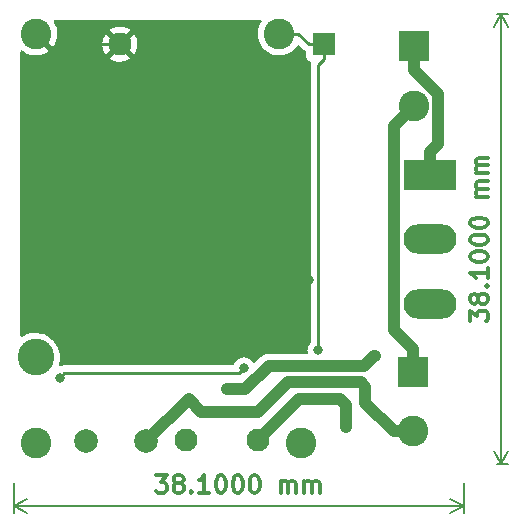
<source format=gtl>
G04 #@! TF.GenerationSoftware,KiCad,Pcbnew,6.0.5-a6ca702e91~116~ubuntu20.04.1*
G04 #@! TF.CreationDate,2022-06-20T16:09:36+05:30*
G04 #@! TF.ProjectId,BackEnd_HeavyDevice_v6,4261636b-456e-4645-9f48-656176794465,rev?*
G04 #@! TF.SameCoordinates,Original*
G04 #@! TF.FileFunction,Copper,L1,Top*
G04 #@! TF.FilePolarity,Positive*
%FSLAX46Y46*%
G04 Gerber Fmt 4.6, Leading zero omitted, Abs format (unit mm)*
G04 Created by KiCad (PCBNEW 6.0.5-a6ca702e91~116~ubuntu20.04.1) date 2022-06-20 16:09:36*
%MOMM*%
%LPD*%
G01*
G04 APERTURE LIST*
%ADD10C,0.300000*%
G04 #@! TA.AperFunction,NonConductor*
%ADD11C,0.300000*%
G04 #@! TD*
G04 #@! TA.AperFunction,NonConductor*
%ADD12C,0.200000*%
G04 #@! TD*
G04 #@! TA.AperFunction,ComponentPad*
%ADD13R,4.500000X2.500000*%
G04 #@! TD*
G04 #@! TA.AperFunction,ComponentPad*
%ADD14O,4.500000X2.500000*%
G04 #@! TD*
G04 #@! TA.AperFunction,ComponentPad*
%ADD15C,1.950000*%
G04 #@! TD*
G04 #@! TA.AperFunction,ComponentPad*
%ADD16R,1.950000X1.950000*%
G04 #@! TD*
G04 #@! TA.AperFunction,ComponentPad*
%ADD17R,2.600000X2.600000*%
G04 #@! TD*
G04 #@! TA.AperFunction,ComponentPad*
%ADD18C,2.600000*%
G04 #@! TD*
G04 #@! TA.AperFunction,ComponentPad*
%ADD19C,3.100000*%
G04 #@! TD*
G04 #@! TA.AperFunction,ComponentPad*
%ADD20C,2.000000*%
G04 #@! TD*
G04 #@! TA.AperFunction,ViaPad*
%ADD21C,1.000000*%
G04 #@! TD*
G04 #@! TA.AperFunction,ViaPad*
%ADD22C,0.800000*%
G04 #@! TD*
G04 #@! TA.AperFunction,Conductor*
%ADD23C,0.250000*%
G04 #@! TD*
G04 #@! TA.AperFunction,Conductor*
%ADD24C,1.000000*%
G04 #@! TD*
G04 APERTURE END LIST*
D10*
D11*
X151378571Y-123150000D02*
X151378571Y-122221428D01*
X151950000Y-122721428D01*
X151950000Y-122507142D01*
X152021428Y-122364285D01*
X152092857Y-122292857D01*
X152235714Y-122221428D01*
X152592857Y-122221428D01*
X152735714Y-122292857D01*
X152807142Y-122364285D01*
X152878571Y-122507142D01*
X152878571Y-122935714D01*
X152807142Y-123078571D01*
X152735714Y-123150000D01*
X152021428Y-121364285D02*
X151950000Y-121507142D01*
X151878571Y-121578571D01*
X151735714Y-121650000D01*
X151664285Y-121650000D01*
X151521428Y-121578571D01*
X151450000Y-121507142D01*
X151378571Y-121364285D01*
X151378571Y-121078571D01*
X151450000Y-120935714D01*
X151521428Y-120864285D01*
X151664285Y-120792857D01*
X151735714Y-120792857D01*
X151878571Y-120864285D01*
X151950000Y-120935714D01*
X152021428Y-121078571D01*
X152021428Y-121364285D01*
X152092857Y-121507142D01*
X152164285Y-121578571D01*
X152307142Y-121650000D01*
X152592857Y-121650000D01*
X152735714Y-121578571D01*
X152807142Y-121507142D01*
X152878571Y-121364285D01*
X152878571Y-121078571D01*
X152807142Y-120935714D01*
X152735714Y-120864285D01*
X152592857Y-120792857D01*
X152307142Y-120792857D01*
X152164285Y-120864285D01*
X152092857Y-120935714D01*
X152021428Y-121078571D01*
X152735714Y-120150000D02*
X152807142Y-120078571D01*
X152878571Y-120150000D01*
X152807142Y-120221428D01*
X152735714Y-120150000D01*
X152878571Y-120150000D01*
X152878571Y-118650000D02*
X152878571Y-119507142D01*
X152878571Y-119078571D02*
X151378571Y-119078571D01*
X151592857Y-119221428D01*
X151735714Y-119364285D01*
X151807142Y-119507142D01*
X151378571Y-117721428D02*
X151378571Y-117578571D01*
X151450000Y-117435714D01*
X151521428Y-117364285D01*
X151664285Y-117292857D01*
X151950000Y-117221428D01*
X152307142Y-117221428D01*
X152592857Y-117292857D01*
X152735714Y-117364285D01*
X152807142Y-117435714D01*
X152878571Y-117578571D01*
X152878571Y-117721428D01*
X152807142Y-117864285D01*
X152735714Y-117935714D01*
X152592857Y-118007142D01*
X152307142Y-118078571D01*
X151950000Y-118078571D01*
X151664285Y-118007142D01*
X151521428Y-117935714D01*
X151450000Y-117864285D01*
X151378571Y-117721428D01*
X151378571Y-116292857D02*
X151378571Y-116150000D01*
X151450000Y-116007142D01*
X151521428Y-115935714D01*
X151664285Y-115864285D01*
X151950000Y-115792857D01*
X152307142Y-115792857D01*
X152592857Y-115864285D01*
X152735714Y-115935714D01*
X152807142Y-116007142D01*
X152878571Y-116150000D01*
X152878571Y-116292857D01*
X152807142Y-116435714D01*
X152735714Y-116507142D01*
X152592857Y-116578571D01*
X152307142Y-116650000D01*
X151950000Y-116650000D01*
X151664285Y-116578571D01*
X151521428Y-116507142D01*
X151450000Y-116435714D01*
X151378571Y-116292857D01*
X151378571Y-114864285D02*
X151378571Y-114721428D01*
X151450000Y-114578571D01*
X151521428Y-114507142D01*
X151664285Y-114435714D01*
X151950000Y-114364285D01*
X152307142Y-114364285D01*
X152592857Y-114435714D01*
X152735714Y-114507142D01*
X152807142Y-114578571D01*
X152878571Y-114721428D01*
X152878571Y-114864285D01*
X152807142Y-115007142D01*
X152735714Y-115078571D01*
X152592857Y-115150000D01*
X152307142Y-115221428D01*
X151950000Y-115221428D01*
X151664285Y-115150000D01*
X151521428Y-115078571D01*
X151450000Y-115007142D01*
X151378571Y-114864285D01*
X152878571Y-112578571D02*
X151878571Y-112578571D01*
X152021428Y-112578571D02*
X151950000Y-112507142D01*
X151878571Y-112364285D01*
X151878571Y-112150000D01*
X151950000Y-112007142D01*
X152092857Y-111935714D01*
X152878571Y-111935714D01*
X152092857Y-111935714D02*
X151950000Y-111864285D01*
X151878571Y-111721428D01*
X151878571Y-111507142D01*
X151950000Y-111364285D01*
X152092857Y-111292857D01*
X152878571Y-111292857D01*
X152878571Y-110578571D02*
X151878571Y-110578571D01*
X152021428Y-110578571D02*
X151950000Y-110507142D01*
X151878571Y-110364285D01*
X151878571Y-110150000D01*
X151950000Y-110007142D01*
X152092857Y-109935714D01*
X152878571Y-109935714D01*
X152092857Y-109935714D02*
X151950000Y-109864285D01*
X151878571Y-109721428D01*
X151878571Y-109507142D01*
X151950000Y-109364285D01*
X152092857Y-109292857D01*
X152878571Y-109292857D01*
D12*
X153600000Y-135200000D02*
X154586420Y-135200000D01*
X153600000Y-97100000D02*
X154586420Y-97100000D01*
X154000000Y-135200000D02*
X154000000Y-97100000D01*
X154000000Y-135200000D02*
X154000000Y-97100000D01*
X154000000Y-135200000D02*
X154586421Y-134073496D01*
X154000000Y-135200000D02*
X153413579Y-134073496D01*
X154000000Y-97100000D02*
X153413579Y-98226504D01*
X154000000Y-97100000D02*
X154586421Y-98226504D01*
D10*
D11*
X124750000Y-136178571D02*
X125678571Y-136178571D01*
X125178571Y-136750000D01*
X125392857Y-136750000D01*
X125535714Y-136821428D01*
X125607142Y-136892857D01*
X125678571Y-137035714D01*
X125678571Y-137392857D01*
X125607142Y-137535714D01*
X125535714Y-137607142D01*
X125392857Y-137678571D01*
X124964285Y-137678571D01*
X124821428Y-137607142D01*
X124750000Y-137535714D01*
X126535714Y-136821428D02*
X126392857Y-136750000D01*
X126321428Y-136678571D01*
X126250000Y-136535714D01*
X126250000Y-136464285D01*
X126321428Y-136321428D01*
X126392857Y-136250000D01*
X126535714Y-136178571D01*
X126821428Y-136178571D01*
X126964285Y-136250000D01*
X127035714Y-136321428D01*
X127107142Y-136464285D01*
X127107142Y-136535714D01*
X127035714Y-136678571D01*
X126964285Y-136750000D01*
X126821428Y-136821428D01*
X126535714Y-136821428D01*
X126392857Y-136892857D01*
X126321428Y-136964285D01*
X126250000Y-137107142D01*
X126250000Y-137392857D01*
X126321428Y-137535714D01*
X126392857Y-137607142D01*
X126535714Y-137678571D01*
X126821428Y-137678571D01*
X126964285Y-137607142D01*
X127035714Y-137535714D01*
X127107142Y-137392857D01*
X127107142Y-137107142D01*
X127035714Y-136964285D01*
X126964285Y-136892857D01*
X126821428Y-136821428D01*
X127750000Y-137535714D02*
X127821428Y-137607142D01*
X127750000Y-137678571D01*
X127678571Y-137607142D01*
X127750000Y-137535714D01*
X127750000Y-137678571D01*
X129250000Y-137678571D02*
X128392857Y-137678571D01*
X128821428Y-137678571D02*
X128821428Y-136178571D01*
X128678571Y-136392857D01*
X128535714Y-136535714D01*
X128392857Y-136607142D01*
X130178571Y-136178571D02*
X130321428Y-136178571D01*
X130464285Y-136250000D01*
X130535714Y-136321428D01*
X130607142Y-136464285D01*
X130678571Y-136750000D01*
X130678571Y-137107142D01*
X130607142Y-137392857D01*
X130535714Y-137535714D01*
X130464285Y-137607142D01*
X130321428Y-137678571D01*
X130178571Y-137678571D01*
X130035714Y-137607142D01*
X129964285Y-137535714D01*
X129892857Y-137392857D01*
X129821428Y-137107142D01*
X129821428Y-136750000D01*
X129892857Y-136464285D01*
X129964285Y-136321428D01*
X130035714Y-136250000D01*
X130178571Y-136178571D01*
X131607142Y-136178571D02*
X131750000Y-136178571D01*
X131892857Y-136250000D01*
X131964285Y-136321428D01*
X132035714Y-136464285D01*
X132107142Y-136750000D01*
X132107142Y-137107142D01*
X132035714Y-137392857D01*
X131964285Y-137535714D01*
X131892857Y-137607142D01*
X131750000Y-137678571D01*
X131607142Y-137678571D01*
X131464285Y-137607142D01*
X131392857Y-137535714D01*
X131321428Y-137392857D01*
X131250000Y-137107142D01*
X131250000Y-136750000D01*
X131321428Y-136464285D01*
X131392857Y-136321428D01*
X131464285Y-136250000D01*
X131607142Y-136178571D01*
X133035714Y-136178571D02*
X133178571Y-136178571D01*
X133321428Y-136250000D01*
X133392857Y-136321428D01*
X133464285Y-136464285D01*
X133535714Y-136750000D01*
X133535714Y-137107142D01*
X133464285Y-137392857D01*
X133392857Y-137535714D01*
X133321428Y-137607142D01*
X133178571Y-137678571D01*
X133035714Y-137678571D01*
X132892857Y-137607142D01*
X132821428Y-137535714D01*
X132750000Y-137392857D01*
X132678571Y-137107142D01*
X132678571Y-136750000D01*
X132750000Y-136464285D01*
X132821428Y-136321428D01*
X132892857Y-136250000D01*
X133035714Y-136178571D01*
X135321428Y-137678571D02*
X135321428Y-136678571D01*
X135321428Y-136821428D02*
X135392857Y-136750000D01*
X135535714Y-136678571D01*
X135750000Y-136678571D01*
X135892857Y-136750000D01*
X135964285Y-136892857D01*
X135964285Y-137678571D01*
X135964285Y-136892857D02*
X136035714Y-136750000D01*
X136178571Y-136678571D01*
X136392857Y-136678571D01*
X136535714Y-136750000D01*
X136607142Y-136892857D01*
X136607142Y-137678571D01*
X137321428Y-137678571D02*
X137321428Y-136678571D01*
X137321428Y-136821428D02*
X137392857Y-136750000D01*
X137535714Y-136678571D01*
X137750000Y-136678571D01*
X137892857Y-136750000D01*
X137964285Y-136892857D01*
X137964285Y-137678571D01*
X137964285Y-136892857D02*
X138035714Y-136750000D01*
X138178571Y-136678571D01*
X138392857Y-136678571D01*
X138535714Y-136750000D01*
X138607142Y-136892857D01*
X138607142Y-137678571D01*
D12*
X112700000Y-136800000D02*
X112700000Y-139386420D01*
X150800000Y-136800000D02*
X150800000Y-139386420D01*
X112700000Y-138800000D02*
X150800000Y-138800000D01*
X112700000Y-138800000D02*
X150800000Y-138800000D01*
X112700000Y-138800000D02*
X113826504Y-139386421D01*
X112700000Y-138800000D02*
X113826504Y-138213579D01*
X150800000Y-138800000D02*
X149673496Y-138213579D01*
X150800000Y-138800000D02*
X149673496Y-139386421D01*
D13*
X147925000Y-110750000D03*
D14*
X147925000Y-116200000D03*
X147925000Y-121650000D03*
D15*
X133383000Y-133195000D03*
X127287000Y-133195000D03*
X121699000Y-99667000D03*
D16*
X138971000Y-99667000D03*
D17*
X146497000Y-127460000D03*
D18*
X146497000Y-132460000D03*
D17*
X146576000Y-99860100D03*
D18*
X146576000Y-104940100D03*
D19*
X114554000Y-126187000D03*
D18*
X137000000Y-133400000D03*
X114600000Y-133400000D03*
X135200000Y-98800000D03*
X114600000Y-98800000D03*
D20*
X123940000Y-133300000D03*
X118860000Y-133310000D03*
D21*
X140800000Y-132100000D03*
X130800000Y-128900000D03*
D22*
X143300000Y-126100000D03*
X132200000Y-127100000D03*
X116600000Y-127900000D03*
X138494400Y-125584600D03*
X120400000Y-118200000D03*
X136700000Y-123900000D03*
X137700000Y-119600000D03*
D23*
X132200000Y-127100000D02*
X131800000Y-127500000D01*
X131800000Y-127500000D02*
X117000000Y-127500000D01*
X117000000Y-127500000D02*
X116600000Y-127900000D01*
D24*
X130800000Y-128900000D02*
X132300000Y-128900000D01*
X134300000Y-126900000D02*
X142400000Y-126900000D01*
X132300000Y-128900000D02*
X134300000Y-126900000D01*
X142400000Y-126900000D02*
X143200000Y-126100000D01*
X143200000Y-126100000D02*
X143300000Y-126100000D01*
X123940000Y-133300000D02*
X127520000Y-129720000D01*
X127520000Y-129720000D02*
X128599520Y-130799520D01*
X128599520Y-130799520D02*
X133400480Y-130799520D01*
X133400480Y-130799520D02*
X135900000Y-128300000D01*
X135900000Y-128300000D02*
X142103622Y-128300000D01*
X142487080Y-130083457D02*
X144863623Y-132460000D01*
X142103622Y-128300000D02*
X142487080Y-128683458D01*
X142487080Y-128683458D02*
X142487080Y-130083457D01*
X144863623Y-132460000D02*
X146497000Y-132460000D01*
X135177511Y-131400489D02*
X135199511Y-131400489D01*
X135199511Y-131400489D02*
X136900000Y-129700000D01*
X136900000Y-129700000D02*
X140300000Y-129700000D01*
X140300000Y-129700000D02*
X140800000Y-130200000D01*
X140800000Y-130200000D02*
X140800000Y-132100000D01*
X135177511Y-131400489D02*
X133383000Y-133195000D01*
D23*
X136803700Y-98800000D02*
X137670700Y-99667000D01*
X135200000Y-98800000D02*
X136803700Y-98800000D01*
X138971000Y-99667000D02*
X138971000Y-100967300D01*
X138971000Y-99667000D02*
X137670700Y-99667000D01*
X138494400Y-101443900D02*
X138971000Y-100967300D01*
X138494400Y-125584600D02*
X138494400Y-101443900D01*
X136700000Y-121100000D02*
X136600000Y-121000000D01*
X117600000Y-101800000D02*
X114600000Y-98800000D01*
X136600000Y-121000000D02*
X136600000Y-120700000D01*
X133500000Y-118200000D02*
X136700000Y-121400000D01*
X136600000Y-120700000D02*
X137700000Y-119600000D01*
X120400000Y-118200000D02*
X133500000Y-118200000D01*
X121699000Y-99667000D02*
X119733000Y-99667000D01*
X136700000Y-123900000D02*
X136700000Y-121400000D01*
X117600000Y-115400000D02*
X117600000Y-101800000D01*
X136700000Y-121400000D02*
X136700000Y-121100000D01*
X119733000Y-99667000D02*
X117600000Y-101800000D01*
X120400000Y-118200000D02*
X117600000Y-115400000D01*
D24*
X146576000Y-104940100D02*
X144929000Y-106587100D01*
X144929000Y-123891700D02*
X146497000Y-125459700D01*
X146497000Y-127460000D02*
X146497000Y-125459700D01*
X144929000Y-106587100D02*
X144929000Y-123891700D01*
X146576000Y-99860100D02*
X146576000Y-101860400D01*
X148623500Y-108101200D02*
X147925000Y-108799700D01*
X147925000Y-110750000D02*
X147925000Y-108799700D01*
X148623500Y-103907900D02*
X148623500Y-108101200D01*
X146576000Y-101860400D02*
X148623500Y-103907900D01*
G04 #@! TA.AperFunction,Conductor*
G36*
X125769638Y-97606118D02*
G01*
X133577151Y-97619579D01*
X133645237Y-97639699D01*
X133691638Y-97693434D01*
X133701620Y-97763726D01*
X133684654Y-97810943D01*
X133584096Y-97976656D01*
X133582287Y-97980970D01*
X133582285Y-97980974D01*
X133497205Y-98183869D01*
X133480148Y-98224545D01*
X133413981Y-98485077D01*
X133387050Y-98752526D01*
X133387274Y-98757192D01*
X133387274Y-98757197D01*
X133390744Y-98829426D01*
X133399947Y-99021019D01*
X133452388Y-99284656D01*
X133543220Y-99537646D01*
X133545432Y-99541762D01*
X133545433Y-99541765D01*
X133619609Y-99679812D01*
X133670450Y-99774431D01*
X133673241Y-99778168D01*
X133673245Y-99778175D01*
X133748643Y-99879144D01*
X133831281Y-99989810D01*
X133834590Y-99993090D01*
X133834595Y-99993096D01*
X133996222Y-100153318D01*
X134022180Y-100179050D01*
X134025942Y-100181808D01*
X134025945Y-100181811D01*
X134232354Y-100333156D01*
X134238954Y-100337995D01*
X134243089Y-100340171D01*
X134243093Y-100340173D01*
X134472698Y-100460975D01*
X134476840Y-100463154D01*
X134730613Y-100551775D01*
X134735206Y-100552647D01*
X134990109Y-100601042D01*
X134990112Y-100601042D01*
X134994698Y-100601913D01*
X135122370Y-100606929D01*
X135258625Y-100612283D01*
X135258630Y-100612283D01*
X135263293Y-100612466D01*
X135367607Y-100601042D01*
X135525844Y-100583713D01*
X135525850Y-100583712D01*
X135530497Y-100583203D01*
X135535021Y-100582012D01*
X135785918Y-100515956D01*
X135785920Y-100515955D01*
X135790441Y-100514765D01*
X135812178Y-100505426D01*
X136033120Y-100410502D01*
X136033122Y-100410501D01*
X136037414Y-100408657D01*
X136159422Y-100333156D01*
X136262017Y-100269669D01*
X136262021Y-100269666D01*
X136265990Y-100267210D01*
X136471149Y-100093530D01*
X136648382Y-99891434D01*
X136653393Y-99883644D01*
X136701168Y-99809370D01*
X136754843Y-99762898D01*
X136825121Y-99752823D01*
X136889690Y-99782342D01*
X136896234Y-99788438D01*
X137167043Y-100059247D01*
X137174587Y-100067537D01*
X137178700Y-100074018D01*
X137184477Y-100079443D01*
X137228367Y-100120658D01*
X137231209Y-100123413D01*
X137250930Y-100143134D01*
X137254125Y-100145612D01*
X137263147Y-100153318D01*
X137295379Y-100183586D01*
X137302328Y-100187406D01*
X137313132Y-100193346D01*
X137329656Y-100204199D01*
X137345659Y-100216613D01*
X137386243Y-100234176D01*
X137396872Y-100239383D01*
X137422201Y-100253307D01*
X137472259Y-100303650D01*
X137487500Y-100363721D01*
X137487500Y-100690134D01*
X137494255Y-100752316D01*
X137545385Y-100888705D01*
X137632739Y-101005261D01*
X137749295Y-101092615D01*
X137757704Y-101095767D01*
X137757705Y-101095768D01*
X137805208Y-101113576D01*
X137861973Y-101156217D01*
X137886673Y-101222779D01*
X137882358Y-101263122D01*
X137881219Y-101265755D01*
X137879979Y-101273581D01*
X137879978Y-101273586D01*
X137874301Y-101309424D01*
X137871895Y-101321044D01*
X137862872Y-101356189D01*
X137860900Y-101363870D01*
X137860900Y-101384124D01*
X137859349Y-101403834D01*
X137856180Y-101423843D01*
X137856926Y-101431735D01*
X137860341Y-101467861D01*
X137860900Y-101479719D01*
X137860900Y-124882076D01*
X137840898Y-124950197D01*
X137828542Y-124966379D01*
X137755360Y-125047656D01*
X137659873Y-125213044D01*
X137600858Y-125394672D01*
X137600168Y-125401233D01*
X137600168Y-125401235D01*
X137584473Y-125550568D01*
X137580896Y-125584600D01*
X137595789Y-125726294D01*
X137598525Y-125752330D01*
X137585753Y-125822168D01*
X137537251Y-125874015D01*
X137473215Y-125891500D01*
X134361842Y-125891500D01*
X134348235Y-125890763D01*
X134316737Y-125887341D01*
X134316732Y-125887341D01*
X134310611Y-125886676D01*
X134292611Y-125888251D01*
X134260609Y-125891050D01*
X134255784Y-125891379D01*
X134253313Y-125891500D01*
X134250231Y-125891500D01*
X134227763Y-125893703D01*
X134207489Y-125895691D01*
X134206174Y-125895813D01*
X134173913Y-125898636D01*
X134113587Y-125903913D01*
X134108468Y-125905400D01*
X134103167Y-125905920D01*
X134014166Y-125932791D01*
X134013033Y-125933126D01*
X133929586Y-125957370D01*
X133929582Y-125957372D01*
X133923664Y-125959091D01*
X133918932Y-125961544D01*
X133913831Y-125963084D01*
X133908388Y-125965978D01*
X133831740Y-126006731D01*
X133830574Y-126007343D01*
X133763166Y-126042285D01*
X133748074Y-126050108D01*
X133743911Y-126053431D01*
X133739204Y-126055934D01*
X133667082Y-126114755D01*
X133666226Y-126115446D01*
X133627027Y-126146738D01*
X133624523Y-126149242D01*
X133623805Y-126149884D01*
X133619472Y-126153585D01*
X133585938Y-126180935D01*
X133582011Y-126185682D01*
X133582009Y-126185684D01*
X133556713Y-126216262D01*
X133548723Y-126225042D01*
X133154589Y-126619176D01*
X133092277Y-126653202D01*
X133021462Y-126648137D01*
X132964626Y-126605590D01*
X132956375Y-126593081D01*
X132942341Y-126568774D01*
X132939040Y-126563056D01*
X132870392Y-126486814D01*
X132815675Y-126426045D01*
X132815674Y-126426044D01*
X132811253Y-126421134D01*
X132656752Y-126308882D01*
X132650724Y-126306198D01*
X132650722Y-126306197D01*
X132488319Y-126233891D01*
X132488318Y-126233891D01*
X132482288Y-126231206D01*
X132388888Y-126211353D01*
X132301944Y-126192872D01*
X132301939Y-126192872D01*
X132295487Y-126191500D01*
X132104513Y-126191500D01*
X132098061Y-126192872D01*
X132098056Y-126192872D01*
X132011112Y-126211353D01*
X131917712Y-126231206D01*
X131911682Y-126233891D01*
X131911681Y-126233891D01*
X131749278Y-126306197D01*
X131749276Y-126306198D01*
X131743248Y-126308882D01*
X131588747Y-126421134D01*
X131584326Y-126426044D01*
X131584325Y-126426045D01*
X131529609Y-126486814D01*
X131460960Y-126563056D01*
X131365473Y-126728444D01*
X131363431Y-126734729D01*
X131363430Y-126734731D01*
X131348905Y-126779435D01*
X131308832Y-126838041D01*
X131243436Y-126865679D01*
X131229072Y-126866500D01*
X117078763Y-126866500D01*
X117067579Y-126865973D01*
X117060091Y-126864299D01*
X117052168Y-126864548D01*
X116992033Y-126866438D01*
X116988075Y-126866500D01*
X116960144Y-126866500D01*
X116956229Y-126866995D01*
X116956225Y-126866995D01*
X116956167Y-126867003D01*
X116956138Y-126867006D01*
X116944296Y-126867939D01*
X116900110Y-126869327D01*
X116882744Y-126874372D01*
X116880658Y-126874978D01*
X116861306Y-126878986D01*
X116849068Y-126880532D01*
X116849066Y-126880533D01*
X116841203Y-126881526D01*
X116800086Y-126897806D01*
X116788885Y-126901641D01*
X116746406Y-126913982D01*
X116739587Y-126918015D01*
X116739582Y-126918017D01*
X116728971Y-126924293D01*
X116711216Y-126932992D01*
X116695222Y-126939324D01*
X116624522Y-126945800D01*
X116561543Y-126913025D01*
X116526281Y-126851404D01*
X116528210Y-126786108D01*
X116529247Y-126783362D01*
X116560218Y-126648137D01*
X116590949Y-126513957D01*
X116590950Y-126513953D01*
X116591907Y-126509773D01*
X116599380Y-126426045D01*
X116616637Y-126232677D01*
X116616637Y-126232675D01*
X116616857Y-126230211D01*
X116617310Y-126187000D01*
X116612408Y-126115099D01*
X116598512Y-125911254D01*
X116598511Y-125911248D01*
X116598220Y-125906977D01*
X116594419Y-125888620D01*
X116556648Y-125706233D01*
X116541303Y-125632135D01*
X116447612Y-125367561D01*
X116440409Y-125353604D01*
X116320847Y-125121957D01*
X116320847Y-125121956D01*
X116318882Y-125118150D01*
X116311539Y-125107701D01*
X116186958Y-124930442D01*
X116157493Y-124888517D01*
X115994048Y-124712629D01*
X115969354Y-124686055D01*
X115969351Y-124686052D01*
X115966433Y-124682912D01*
X115749237Y-124505139D01*
X115509923Y-124358487D01*
X115487348Y-124348577D01*
X115256853Y-124247397D01*
X115252921Y-124245671D01*
X115233519Y-124240144D01*
X115117954Y-124207225D01*
X114982986Y-124168778D01*
X114777217Y-124139493D01*
X114709365Y-124129836D01*
X114709363Y-124129836D01*
X114705113Y-124129231D01*
X114700824Y-124129209D01*
X114700817Y-124129208D01*
X114428730Y-124127783D01*
X114428723Y-124127783D01*
X114424444Y-124127761D01*
X114420199Y-124128320D01*
X114420197Y-124128320D01*
X114356813Y-124136665D01*
X114146172Y-124164397D01*
X113875446Y-124238459D01*
X113617277Y-124348577D01*
X113519165Y-124407296D01*
X113470290Y-124436547D01*
X113401566Y-124454367D01*
X113334118Y-124432203D01*
X113289360Y-124377092D01*
X113279584Y-124328476D01*
X113271749Y-102578391D01*
X113271138Y-100883624D01*
X120847621Y-100883624D01*
X120851988Y-100889774D01*
X121051563Y-101006397D01*
X121060846Y-101010844D01*
X121279007Y-101094152D01*
X121288905Y-101097028D01*
X121517744Y-101143585D01*
X121527972Y-101144804D01*
X121761340Y-101153362D01*
X121771626Y-101152895D01*
X122003262Y-101123222D01*
X122013340Y-101121080D01*
X122237014Y-101053974D01*
X122246612Y-101050212D01*
X122456324Y-100947476D01*
X122465169Y-100942203D01*
X122537869Y-100890347D01*
X122546270Y-100879646D01*
X122539283Y-100866493D01*
X121711812Y-100039022D01*
X121697868Y-100031408D01*
X121696035Y-100031539D01*
X121689420Y-100035790D01*
X120854881Y-100870329D01*
X120847621Y-100883624D01*
X113271138Y-100883624D01*
X113270934Y-100316206D01*
X113290912Y-100248078D01*
X113344550Y-100201566D01*
X113414821Y-100191437D01*
X113471439Y-100214549D01*
X113635452Y-100334809D01*
X113643351Y-100339745D01*
X113872905Y-100460519D01*
X113881454Y-100464236D01*
X114126327Y-100549749D01*
X114135336Y-100552163D01*
X114390166Y-100600544D01*
X114399423Y-100601598D01*
X114658607Y-100611783D01*
X114667921Y-100611457D01*
X114925753Y-100583220D01*
X114934930Y-100581519D01*
X115185758Y-100515481D01*
X115194574Y-100512445D01*
X115432880Y-100410062D01*
X115441167Y-100405748D01*
X115661718Y-100269266D01*
X115669268Y-100263780D01*
X115674559Y-100259301D01*
X115682997Y-100246497D01*
X115676935Y-100236145D01*
X114329885Y-98889095D01*
X114295859Y-98826783D01*
X114300924Y-98755968D01*
X114329885Y-98710905D01*
X114510905Y-98529885D01*
X114573217Y-98495859D01*
X114644032Y-98500924D01*
X114689095Y-98529885D01*
X116036094Y-99876884D01*
X116048474Y-99883644D01*
X116056815Y-99877400D01*
X116190832Y-99669048D01*
X116195275Y-99660864D01*
X116206566Y-99635799D01*
X120211658Y-99635799D01*
X120225102Y-99868942D01*
X120226535Y-99879144D01*
X120277873Y-100106949D01*
X120280956Y-100116789D01*
X120368814Y-100333156D01*
X120373457Y-100342347D01*
X120474555Y-100507325D01*
X120485011Y-100516785D01*
X120493789Y-100513001D01*
X121326978Y-99679812D01*
X121333356Y-99668132D01*
X122063408Y-99668132D01*
X122063539Y-99669965D01*
X122067790Y-99676580D01*
X122899045Y-100507835D01*
X122911055Y-100514394D01*
X122922794Y-100505426D01*
X122971518Y-100437619D01*
X122976829Y-100428780D01*
X123080291Y-100219442D01*
X123084089Y-100209849D01*
X123151974Y-99986413D01*
X123154151Y-99976343D01*
X123184869Y-99743015D01*
X123185388Y-99736340D01*
X123187001Y-99670364D01*
X123186807Y-99663647D01*
X123167525Y-99429108D01*
X123165842Y-99418946D01*
X123108952Y-99192453D01*
X123105634Y-99182706D01*
X123012513Y-98968542D01*
X123007646Y-98959467D01*
X122922465Y-98827796D01*
X122911779Y-98818593D01*
X122902214Y-98822996D01*
X122071022Y-99654188D01*
X122063408Y-99668132D01*
X121333356Y-99668132D01*
X121334592Y-99665868D01*
X121334461Y-99664035D01*
X121330210Y-99657420D01*
X120498892Y-98826102D01*
X120487356Y-98819802D01*
X120475073Y-98829426D01*
X120408036Y-98927698D01*
X120402943Y-98936662D01*
X120304619Y-99148483D01*
X120301062Y-99158151D01*
X120238657Y-99383178D01*
X120236726Y-99393298D01*
X120211910Y-99625510D01*
X120211658Y-99635799D01*
X116206566Y-99635799D01*
X116301807Y-99424370D01*
X116304997Y-99415605D01*
X116375402Y-99165972D01*
X116377262Y-99156830D01*
X116410187Y-98898019D01*
X116410668Y-98891733D01*
X116412987Y-98803160D01*
X116412836Y-98796851D01*
X116393501Y-98536663D01*
X116392125Y-98527457D01*
X116375535Y-98454142D01*
X120850938Y-98454142D01*
X120857684Y-98466474D01*
X121686188Y-99294978D01*
X121700132Y-99302592D01*
X121701965Y-99302461D01*
X121708580Y-99298210D01*
X122541391Y-98465399D01*
X122548412Y-98452543D01*
X122540639Y-98441875D01*
X122526548Y-98430746D01*
X122517970Y-98425047D01*
X122313526Y-98312189D01*
X122304126Y-98307964D01*
X122083993Y-98230011D01*
X122074036Y-98227381D01*
X121844129Y-98186427D01*
X121833878Y-98185458D01*
X121600367Y-98182605D01*
X121590083Y-98183325D01*
X121359253Y-98218647D01*
X121349225Y-98221036D01*
X121127263Y-98293584D01*
X121117753Y-98297581D01*
X120910624Y-98405405D01*
X120901904Y-98410897D01*
X120859391Y-98442817D01*
X120850938Y-98454142D01*
X116375535Y-98454142D01*
X116334878Y-98274467D01*
X116332154Y-98265556D01*
X116238143Y-98023806D01*
X116234132Y-98015397D01*
X116105424Y-97790204D01*
X116102646Y-97786086D01*
X116081138Y-97718426D01*
X116099624Y-97649878D01*
X116152235Y-97602207D01*
X116207323Y-97589631D01*
X125769638Y-97606118D01*
G37*
G04 #@! TD.AperFunction*
M02*

</source>
